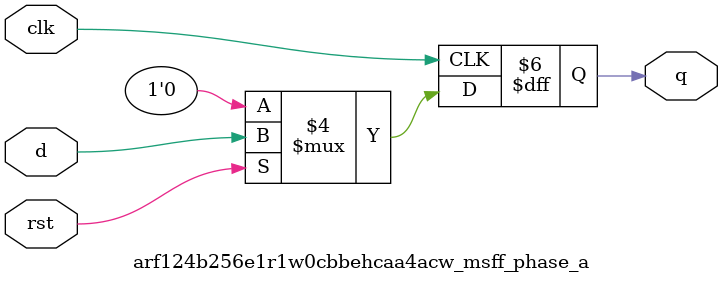
<source format=sv>
`ifndef ARF124B256E1R1W0CBBEHCAA4ACW_MSFF_PHASE_A_SV
`define ARF124B256E1R1W0CBBEHCAA4ACW_MSFF_PHASE_A_SV

module arf124b256e1r1w0cbbehcaa4acw_msff_phase_a #
(
  parameter DWIDTH = 1
)
(
  input  logic [DWIDTH-1:0] d,
  input  logic clk,
  input  logic rst,
  output logic [DWIDTH-1:0] q
);

always_ff @ (posedge clk) begin
  if (~rst) begin
    q <= '0;
  end
  else begin
    q <= d;
  end
end

endmodule // arf124b256e1r1w0cbbehcaa4acw_msff_phase_a

`endif // ARF124B256E1R1W0CBBEHCAA4ACW_MSFF_PHASE_A_SV
</source>
